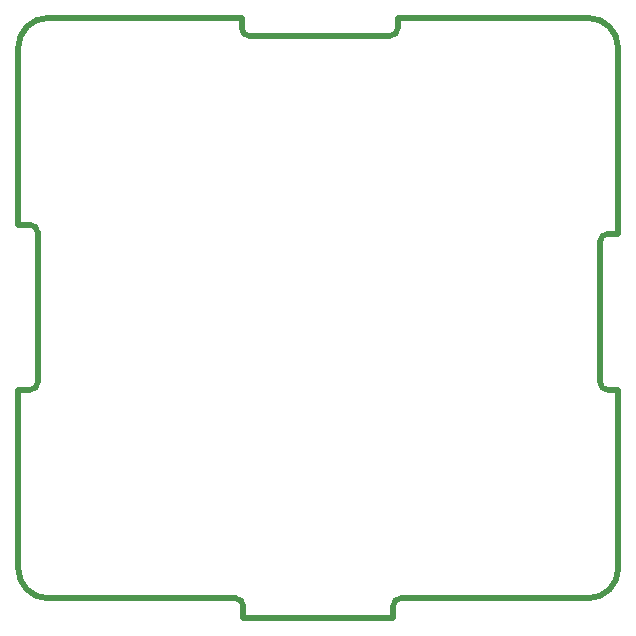
<source format=gbr>
G04 #@! TF.GenerationSoftware,KiCad,Pcbnew,(5.1.2)-1*
G04 #@! TF.CreationDate,2019-05-14T12:57:47-07:00*
G04 #@! TF.ProjectId,1_32 Male,315f3332-204d-4616-9c65-2e6b69636164,rev?*
G04 #@! TF.SameCoordinates,Original*
G04 #@! TF.FileFunction,Profile,NP*
%FSLAX46Y46*%
G04 Gerber Fmt 4.6, Leading zero omitted, Abs format (unit mm)*
G04 Created by KiCad (PCBNEW (5.1.2)-1) date 2019-05-14 12:57:47*
%MOMM*%
%LPD*%
G04 APERTURE LIST*
%ADD10C,0.507740*%
G04 APERTURE END LIST*
D10*
X134619999Y-125984001D02*
X147320000Y-125984001D01*
X115570000Y-106680000D02*
X115570000Y-121793001D01*
X117220999Y-106045001D02*
G75*
G02X116586000Y-106680000I-634999J0D01*
G01*
X134493000Y-75184001D02*
X134493000Y-76073001D01*
X164846001Y-94107000D02*
G75*
G02X165481000Y-93472001I634999J0D01*
G01*
X147066000Y-76708001D02*
X135127999Y-76708001D01*
X163830000Y-75184001D02*
G75*
G02X166370000Y-77724001I0J-2540000D01*
G01*
X164846000Y-106045001D02*
X164846000Y-94107000D01*
X165481000Y-106680001D02*
G75*
G02X164846000Y-106045001I0J635000D01*
G01*
X147700999Y-76073001D02*
G75*
G02X147066000Y-76708000I-634999J0D01*
G01*
X118110000Y-124333001D02*
G75*
G02X115570000Y-121793001I0J2540000D01*
G01*
X147700999Y-75184001D02*
X147700999Y-76073001D01*
X135127999Y-76708000D02*
G75*
G02X134493000Y-76073001I0J634999D01*
G01*
X118110000Y-124333001D02*
X133985000Y-124333001D01*
X166370000Y-106680001D02*
X165481000Y-106680001D01*
X147320000Y-125984001D02*
X147320000Y-124968001D01*
X118110000Y-75184001D02*
X134493000Y-75184001D01*
X134619999Y-125984001D02*
X134619999Y-124968001D01*
X115570000Y-77724001D02*
X115570000Y-92710001D01*
X147700999Y-75184001D02*
X163830000Y-75184001D01*
X166370000Y-77724001D02*
X166370000Y-93472001D01*
X166370000Y-106680001D02*
X166370000Y-121793001D01*
X147954999Y-124333001D02*
X163830000Y-124333001D01*
X115570000Y-92710001D02*
X116586000Y-92710001D01*
X117221000Y-93345000D02*
X117221000Y-106045001D01*
X147319999Y-124968001D02*
G75*
G02X147954999Y-124333001I635000J0D01*
G01*
X133984999Y-124333001D02*
G75*
G02X134619999Y-124968001I0J-635000D01*
G01*
X116586000Y-92710001D02*
G75*
G02X117220999Y-93345000I0J-634999D01*
G01*
X166370000Y-121793001D02*
G75*
G02X163830000Y-124333001I-2540000J0D01*
G01*
X115570000Y-77724001D02*
G75*
G02X118110000Y-75184001I2540000J0D01*
G01*
X166370000Y-93472001D02*
X165481000Y-93472001D01*
X115570000Y-106680000D02*
X116586000Y-106680000D01*
M02*

</source>
